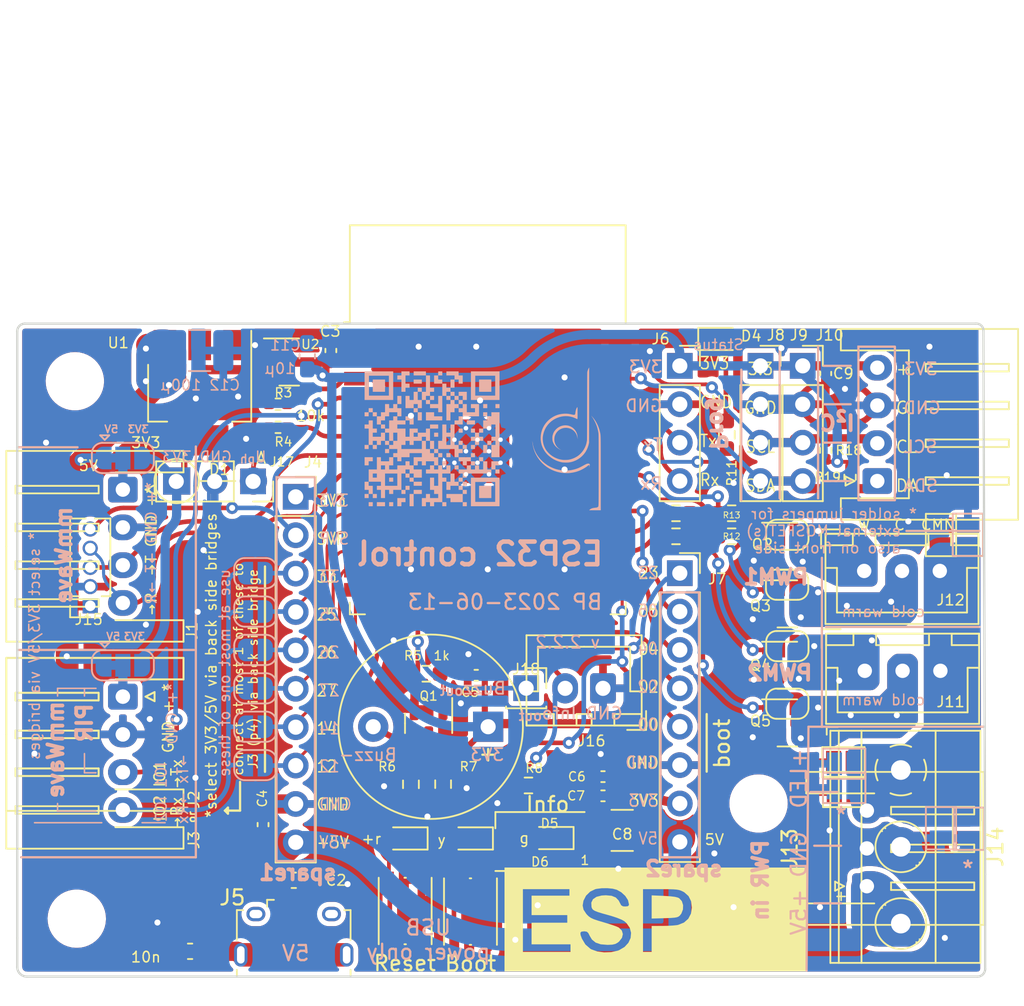
<source format=kicad_pcb>
(kicad_pcb (version 20211014) (generator pcbnew)

  (general
    (thickness 1.6)
  )

  (paper "A4")
  (title_block
    (title "ESP32 control")
    (date "2023-06-13")
    (rev "2.2.2")
    (company "bphome")
  )

  (layers
    (0 "F.Cu" signal)
    (31 "B.Cu" signal)
    (32 "B.Adhes" user "B.Adhesive")
    (33 "F.Adhes" user "F.Adhesive")
    (34 "B.Paste" user)
    (35 "F.Paste" user)
    (36 "B.SilkS" user "B.Silkscreen")
    (37 "F.SilkS" user "F.Silkscreen")
    (38 "B.Mask" user)
    (39 "F.Mask" user)
    (40 "Dwgs.User" user "User.Drawings")
    (41 "Cmts.User" user "User.Comments")
    (42 "Eco1.User" user "User.Eco1")
    (43 "Eco2.User" user "User.Eco2")
    (44 "Edge.Cuts" user)
    (45 "Margin" user)
    (46 "B.CrtYd" user "B.Courtyard")
    (47 "F.CrtYd" user "F.Courtyard")
    (48 "B.Fab" user)
    (49 "F.Fab" user)
    (50 "User.1" user)
    (51 "User.2" user)
    (52 "User.3" user)
    (53 "User.4" user)
    (54 "User.5" user)
    (55 "User.6" user)
    (56 "User.7" user)
    (57 "User.8" user)
    (58 "User.9" user)
  )

  (setup
    (stackup
      (layer "F.SilkS" (type "Top Silk Screen"))
      (layer "F.Paste" (type "Top Solder Paste"))
      (layer "F.Mask" (type "Top Solder Mask") (thickness 0.01))
      (layer "F.Cu" (type "copper") (thickness 0.035))
      (layer "dielectric 1" (type "core") (thickness 1.51) (material "FR4") (epsilon_r 4.5) (loss_tangent 0.02))
      (layer "B.Cu" (type "copper") (thickness 0.035))
      (layer "B.Mask" (type "Bottom Solder Mask") (thickness 0.01))
      (layer "B.Paste" (type "Bottom Solder Paste"))
      (layer "B.SilkS" (type "Bottom Silk Screen"))
      (copper_finish "None")
      (dielectric_constraints no)
    )
    (pad_to_mask_clearance 0)
    (aux_axis_origin 132.588 87.376)
    (pcbplotparams
      (layerselection 0x00010f8_ffffffff)
      (disableapertmacros false)
      (usegerberextensions false)
      (usegerberattributes true)
      (usegerberadvancedattributes true)
      (creategerberjobfile true)
      (svguseinch false)
      (svgprecision 6)
      (excludeedgelayer true)
      (plotframeref false)
      (viasonmask false)
      (mode 1)
      (useauxorigin false)
      (hpglpennumber 1)
      (hpglpenspeed 20)
      (hpglpendiameter 15.000000)
      (dxfpolygonmode true)
      (dxfimperialunits true)
      (dxfusepcbnewfont true)
      (psnegative false)
      (psa4output false)
      (plotreference true)
      (plotvalue true)
      (plotinvisibletext false)
      (sketchpadsonfab false)
      (subtractmaskfromsilk true)
      (outputformat 1)
      (mirror false)
      (drillshape 0)
      (scaleselection 1)
      (outputdirectory "Gerber 2.2.2")
    )
  )

  (net 0 "")
  (net 1 "+5V")
  (net 2 "GND")
  (net 3 "+3.3V")
  (net 4 "Status")
  (net 5 "PIR 1")
  (net 6 "Net-(JP_Q4-Pad2)")
  (net 7 "PWM1 cold")
  (net 8 "PWM1 warm")
  (net 9 "PWM2 cold")
  (net 10 "PWM2 warm")
  (net 11 "mmWave Tx")
  (net 12 "IO00")
  (net 13 "unconnected-(U3-Pad17)")
  (net 14 "unconnected-(U3-Pad18)")
  (net 15 "unconnected-(U3-Pad19)")
  (net 16 "unconnected-(U3-Pad20)")
  (net 17 "unconnected-(U3-Pad21)")
  (net 18 "unconnected-(U3-Pad22)")
  (net 19 "IO05")
  (net 20 "unconnected-(U3-Pad32)")
  (net 21 "Uph")
  (net 22 "mmWave Rx")
  (net 23 "IO12")
  (net 24 "IO14")
  (net 25 "IO27")
  (net 26 "IO26")
  (net 27 "IO25")
  (net 28 "IO04")
  (net 29 "Net-(BZ1-Pad2)")
  (net 30 "Buzz")
  (net 31 "Net-(D2-Pad2)")
  (net 32 "IO02")
  (net 33 "S_VP")
  (net 34 "I²C SDA")
  (net 35 "I²C SCL")
  (net 36 "Net-(C1-Pad1)")
  (net 37 "Net-(D3-Pad2)")
  (net 38 "Net-(D5-Pad2)")
  (net 39 "unconnected-(J5-Pad2)")
  (net 40 "IO33")
  (net 41 "Info")
  (net 42 "Net-(J11-Pad1)")
  (net 43 "Net-(J12-Pad1)")
  (net 44 "Net-(J12-Pad2)")
  (net 45 "/PWM2 out cold")
  (net 46 "/Q1B")
  (net 47 "/Q2B")
  (net 48 "unconnected-(J5-Pad3)")
  (net 49 "Net-(D4-Pad2)")
  (net 50 "unconnected-(J5-Pad4)")
  (net 51 "/Tx")
  (net 52 "/Rx")
  (net 53 "Net-(Q1-Pad1)")
  (net 54 "Net-(R3-Pad1)")
  (net 55 "Net-(J1-Pad1)")
  (net 56 "Net-(J2-Pad1)")
  (net 57 "/EN")
  (net 58 "J2_IO2")
  (net 59 "VCOM")
  (net 60 "Net-(JP_Q5-Pad2)")
  (net 61 "unconnected-(D6-Pad1)")

  (footprint "Capacitor_SMD:C_0402_1005Metric_Pad0.74x0.62mm_HandSolder" (layer "F.Cu") (at 129.921 89.027 -90))

  (footprint "Package_TO_SOT_SMD:SOT-23" (layer "F.Cu") (at 164.592 78.486))

  (footprint "Jumper:SolderJumper-2_P1.3mm_Open_Pad1.0x1.5mm" (layer "F.Cu") (at 168.35 86.868))

  (footprint "Jumper:SolderJumper-2_P1.3mm_Open_RoundedPad1.0x1.5mm" (layer "F.Cu") (at 164.592 69.85 180))

  (footprint "Connector_JST:JST_XH_S4B-XH-A-1_1x04_P2.50mm_Horizontal" (layer "F.Cu") (at 120.65 80.558 -90))

  (footprint "Resistor_SMD:R_0402_1005Metric_Pad0.72x0.64mm_HandSolder" (layer "F.Cu") (at 167.132 64.262 90))

  (footprint "Package_TO_SOT_SMD:SOT-23" (layer "F.Cu") (at 140.8684 82.3214 -90))

  (footprint "MountingHole:MountingHole_3.2mm_M3" (layer "F.Cu") (at 162.687 87.63))

  (footprint "Resistor_SMD:R_0402_1005Metric_Pad0.72x0.64mm_HandSolder" (layer "F.Cu") (at 168.74 66.0405 -90))

  (footprint "Jumper:SolderJumper-2_P1.3mm_Open_Pad1.0x1.5mm" (layer "F.Cu") (at 176.53 69.85 -90))

  (footprint "Package_TO_SOT_SMD:SOT-23" (layer "F.Cu") (at 164.592 70.612))

  (footprint "Connector_PinSocket_2.54mm:PinSocket_1x08_P2.54mm_Vertical" (layer "F.Cu") (at 157.48 72.39))

  (footprint "Package_TO_SOT_SMD:SOT-23" (layer "F.Cu") (at 164.592 82.296))

  (footprint "MountingHole:MountingHole_3.2mm_M3" (layer "F.Cu") (at 117.602 95.25))

  (footprint "LED_SMD:LED_0603_1608Metric" (layer "F.Cu") (at 139.319 89.9414 180))

  (footprint "Connector_PinSocket_1.27mm:PinSocket_1x05_P1.27mm_Vertical" (layer "F.Cu") (at 118.491 74.549 180))

  (footprint "LOGO" (layer "F.Cu") (at 155.9052 95.3008))

  (footprint "Jumper:SolderJumper-2_P1.3mm_Open_Pad1.0x1.5mm" (layer "F.Cu") (at 174.752 69.865 -90))

  (footprint "Jumper:SolderJumper-2_P1.3mm_Open_Pad1.0x1.5mm" (layer "F.Cu") (at 176.53 89.296 90))

  (footprint "Connector_JST:JST_XH_S3B-XH-A-1_1x03_P2.50mm_Horizontal" (layer "F.Cu") (at 169.85 93.1 90))

  (footprint "Capacitor_SMD:C_0402_1005Metric_Pad0.74x0.62mm_HandSolder" (layer "F.Cu") (at 144.018 79.1464 180))

  (footprint "Package_TO_SOT_SMD:SOT-23" (layer "F.Cu") (at 164.592 74.422))

  (footprint "Capacitor_SMD:C_0402_1005Metric_Pad0.74x0.62mm_HandSolder" (layer "F.Cu") (at 167.132 59.182 -90))

  (footprint "Jumper:SolderJumper-2_P1.3mm_Open_RoundedPad1.0x1.5mm" (layer "F.Cu") (at 164.592 81.026 180))

  (footprint "Capacitor_SMD:C_0402_1005Metric_Pad0.74x0.62mm_HandSolder" (layer "F.Cu") (at 152.4 87.122 180))

  (footprint "Connector_JST:JST_XH_B3B-XH-A_1x03_P2.50mm_Vertical" (layer "F.Cu") (at 169.672 72.243))

  (footprint "LED_SMD:LED_0603_1608Metric" (layer "F.Cu") (at 148.971 89.916 180))

  (footprint "Buzzer_Beeper:Buzzer_12x9.5RM7.6" (layer "F.Cu") (at 144.8054 82.55 180))

  (footprint "Connector_JST:JST_XH_S3B-XH-A-1_1x03_P2.50mm_Horizontal" (layer "F.Cu") (at 120.65 80.558 -90))

  (footprint "Package_TO_SOT_SMD:SOT-23" (layer "F.Cu") (at 131.6505 58.42))

  (footprint "Jumper:SolderJumper-2_P1.3mm_Open_RoundedPad1.0x1.5mm" (layer "F.Cu") (at 164.592 77.216 180))

  (footprint "LED_SMD:LED_0603_1608Metric" (layer "F.Cu") (at 160.184 56.894))

  (footprint "Resistor_SMD:R_0603_1608Metric_Pad0.98x0.95mm_HandSolder" (layer "F.Cu") (at 139.7 86.36 -90))

  (footprint "LED_SMD:LED_SK6812MINI_PLCC4_3.5x3.5mm_P1.75mm" (layer "F.Cu") (at 148.2344 90.1446 180))

  (footprint "Resistor_SMD:R_0603_1608Metric_Pad0.98x0.95mm_HandSolder" (layer "F.Cu") (at 160.59055 63.23425 90))

  (footprint "Resistor_SMD:R_0603_1608Metric_Pad0.98x0.95mm_HandSolder" (layer "F.Cu") (at 157.226 69.9516 180))

  (footprint "Capacitor_SMD:C_0402_1005Metric_Pad0.74x0.62mm_HandSolder" (layer "F.Cu") (at 152.4 85.852 180))

  (footprint "Jumper:SolderJumper-2_P1.3mm_Open_Pad1.0x1.5mm" (layer "F.Cu") (at 168.3 84.9))

  (footprint "Resistor_SMD:R_0603_1608Metric_Pad0.98x0.95mm_HandSolder" (layer "F.Cu") (at 147.4724 86.4362))

  (footprint "Resistor_SMD:R_0402_1005Metric_Pad0.72x0.64mm_HandSolder" (layer "F.Cu") (at 130.9116 61.214))

  (footprint "LED_SMD:LED_0603_1608Metric" (layer "F.Cu") (at 143.637 89.9414 180))

  (footprint "Connector_PinSocket_2.54mm:PinSocket_1x01_P2.54mm_Vertical" (layer "F.Cu") (at 147.32 80))

  (footprint "Connector_JST:JST_XH_S4B-XH-A_1x04_P2.50mm_Horizontal" (layer "F.Cu") (at 170.54 66.294 90))

  (footprint "Package_TO_SOT_SMD:SOT-223-3_TabPin2" (layer "F.Cu") (at 125.73 60.452 -90))

  (footprint "MountingHole:MountingHole_3.2mm_M3" (layer "F.Cu") (at 117.475 59.69))

  (footprint "Button_Switch_SMD:SW_Push_1P1T_NO_Vertical_Wuerth_434133025816" (layer "F.Cu") (at 139.319 94.742 90))

  (footprint "Resistor_SMD:R_0603_1608Metric_Pad0.98x0.95mm_HandSolder" (layer "F.Cu") (at 141.8275 86.351 -90))

  (footprint "Capacitor_SMD:C_0402_1005Metric_Pad0.74x0.62mm_HandSolder" (layer "F.Cu") (at 134.404 57.658 90))

  (footprint "Connector_PinSocket_2.54mm:PinSocket_1x04_P2.54mm_Vertical" (layer "F.Cu") (at 162.814 58.674))

  (footprint "Resistor_SMD:R_0603_1608Metric_Pad0.98x0.95mm_HandSolder" (layer "F.Cu") (at 157.226 68.4276 180))

  (footprint "Resistor_SMD:R_0603_1608Metric_Pad0.98x0.95mm_HandSolder" (layer "F.Cu") (at 160.909 69.9516 180))

  (footprint "Connector_JST:JST_XH_B2B-XH-A_1x02_P2.50mm_Vertical" (layer "F.Cu") (at 152.4 80.01 180))

  (footprint "Resistor_SMD:R_0603_1608Metric_Pad0.98x0.95mm_HandSolder" (layer "F.Cu") (at 160.909 68.4276 180))

  (footprint "Capacitor_SMD:C_0603_1608Metric_Pad1.08x0.95mm_HandSolder" (layer "F.Cu") (at 125.095 97.409 180))

  (footprint "Resistor_SMD:R_0402_1005Metric_Pad0.72x0.64mm_HandSolder" (layer "F.Cu") (at 130.9116 62.738 180))

  (footprint "Connector_JST:JST_XH_S4B-XH-A-1_1x04_P2.50mm_Horizontal" (layer "F.Cu")
    (tedit 5C281476) (tstamp c2d8fd09-7ff1-454d-bfa4-58455410cd92)
    (at 120.65 66.862 -90)
    (descr "JST XH series connector, S4B-XH-A-1 (http://www.jst-mfg.com/product/pdf/eng/eXH.pdf), generated with kicad-footprint-generator")
    (tags "connector JST XH horizontal")
    (property "Sheetfile" "ESP-Light-motion.kicad_sch")
    (property "Sheetname" "")
    (path "/7742fe09-3082-4f23-bbb1-910ff41010eb")
    (attr through_hole)
    (fp_text reference "J1" (at 9.338 -4.572 90) (layer "F.SilkS")
      (effects (font (size 0.7 0.7) (thickness 0.1)))
      (tstamp 0f3d3225-572d-4d49-acc5-c51d124cdc42)
    )
    (fp_text value "mmWave" (at 5.02 -3.175 90) (layer "F.Fab")
      (effects (font (size 1 1) (thickness 0.15)))
      (tstamp 2a2324a4-7962-485d-85eb-4e2db67e563c)
    )
    (fp_text user "${REFERENCE}" (at 3.75 1.85 90) (layer "F.Fab")
      (effects (font (size 0.7 0.7) (thickness 0.1)))
      (tstamp 59561b19-37be-4b00-b255-b8524ceab4a5)
    )
    (fp_line (start 0.3 -2.1) (end 0 -1.5) (layer "F.SilkS") (width 0.12) (tstamp 058ab111-34a8-4eb3-a6ec-e15fccc969d4))
    (fp_line (start -0.3 -2.1) (end 0.3 -2.1) (layer "F.SilkS") (width 0.12) (tstamp 14057014-9927-49be-81e7-4bb6543130f1))
    (fp_line (start 7.75 1.6) (end 7.25 1.6) (layer "F.SilkS") (width 0.12) (tstamp 1c802a9c-f1a0-44cc-869f-298154ed3fc5))
    (fp_line (start 5.25 7.1) (end 5.25 1.6) (layer "F.SilkS") (width 0.12) (tstamp 20981864-43b8-4bee-8a99-a8ec8cf0b834))
    (fp_line (start 10.06 7.71) (end 10.06 -4.01) (layer "F.SilkS") (width 0.12) (tstamp 23c72faa-8908-4bee-8276-ba124e55b39e))
    (fp_line (st
... [1069610 chars truncated]
</source>
